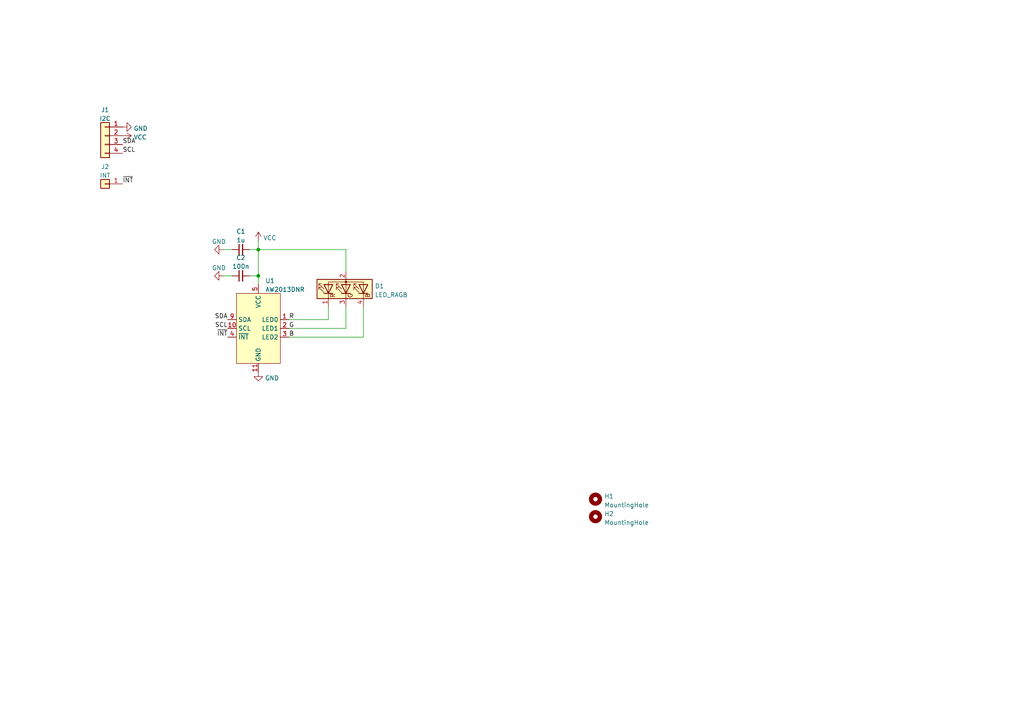
<source format=kicad_sch>
(kicad_sch (version 20211123) (generator eeschema)
  (paper "A4")
  (title_block (title "BloopBox LED-Board-I2C") (date "${DATE}") (rev "${VERSION}") (company "Qetesh"))
  (lib_symbols
    (symbol "Connector_Generic:Conn_01x01" (pin_names (offset 1.016) hide)
      (property "Reference" "J" (at 0 2.54 0))
      (property "Value" "Conn_01x01" (at 0 -2.54 0))
      (symbol "Conn_01x01_1_1"
        (rectangle (start -1.27 0.127) (end 0 -0.127) (stroke (width 0.1524)))
        (rectangle (start -1.27 1.27) (end 1.27 -1.27) (stroke (width 0.254)) (fill (type background)))
        (pin passive line (at -5.08 0 0) (length 3.81) (name "Pin_1") (number "1"))
      )
    )
    (symbol "Connector_Generic:Conn_01x04" (pin_names (offset 1.016) hide)
      (property "Reference" "J" (at 0 5.08 0))
      (property "Value" "Conn_01x04" (at 0 -7.62 0))
      (symbol "Conn_01x04_1_1"
        (rectangle (start -1.27 -4.953) (end 0 -5.207) (stroke (width 0.1524)))
        (rectangle (start -1.27 -2.413) (end 0 -2.667) (stroke (width 0.1524)))
        (rectangle (start -1.27 0.127) (end 0 -0.127) (stroke (width 0.1524)))
        (rectangle (start -1.27 2.667) (end 0 2.413) (stroke (width 0.1524)))
        (rectangle (start -1.27 3.81) (end 1.27 -6.35) (stroke (width 0.254)) (fill (type background)))
        (pin passive line (at -5.08 2.54 0) (length 3.81) (name "Pin_1") (number "1"))
        (pin passive line (at -5.08 0 0) (length 3.81) (name "Pin_2") (number "2"))
        (pin passive line (at -5.08 -2.54 0) (length 3.81) (name "Pin_3") (number "3"))
        (pin passive line (at -5.08 -5.08 0) (length 3.81) (name "Pin_4") (number "4"))
      )
    )
    (symbol "Device:C_Small" (pin_numbers hide) (pin_names (offset 0.254) hide)
      (property "Reference" "C" (at 0.254 1.778 0))
      (property "Value" "C_Small" (at 0.254 -2.032 0))
      (symbol "C_Small_0_1"
        (polyline (pts (xy -1.524 -0.508) (xy 1.524 -0.508)) (stroke (width 0.3302)))
        (polyline (pts (xy -1.524 0.508) (xy 1.524 0.508)) (stroke (width 0.3048)))
      )
      (symbol "C_Small_1_1"
        (pin passive line (at 0 2.54 270) (length 2.032) (name "~") (number "1"))
        (pin passive line (at 0 -2.54 90) (length 2.032) (name "~") (number "2"))
      )
    )
    (symbol "Device:LED_RAGB" (pin_names (offset 0) hide)
      (property "Reference" "D" (at 0 9.398 0))
      (property "Value" "LED_RAGB" (at 0 -8.89 0))
      (symbol "LED_RAGB_0_0"
        (text "B" (at -1.905 -6.35 0) (effects (font (size 1.27 1.27))))
        (text "G" (at -1.905 -1.27 0) (effects (font (size 1.27 1.27))))
        (text "R" (at -1.905 3.81 0) (effects (font (size 1.27 1.27))))
      )
      (symbol "LED_RAGB_0_1"
        (polyline (pts (xy -1.27 -5.08) (xy -2.54 -5.08)))
        (polyline (pts (xy -1.27 -5.08) (xy 1.27 -5.08)))
        (polyline (pts (xy -1.27 -3.81) (xy -1.27 -6.35)) (stroke (width 0.254)))
        (polyline (pts (xy -1.27 0) (xy -2.54 0)))
        (polyline (pts (xy -1.27 1.27) (xy -1.27 -1.27)) (stroke (width 0.254)))
        (polyline (pts (xy -1.27 5.08) (xy -2.54 5.08)))
        (polyline (pts (xy -1.27 5.08) (xy 1.27 5.08)))
        (polyline (pts (xy -1.27 6.35) (xy -1.27 3.81)) (stroke (width 0.254)))
        (polyline (pts (xy 1.27 0) (xy -1.27 0)))
        (polyline (pts (xy 1.27 0) (xy 2.54 0)))
        (polyline (pts (xy -1.27 1.27) (xy -1.27 -1.27) (xy -1.27 -1.27)))
        (polyline (pts (xy -1.27 6.35) (xy -1.27 3.81) (xy -1.27 3.81)))
        (polyline (pts (xy 1.27 -5.08) (xy 2.032 -5.08) (xy 2.032 5.08) (xy 1.27 5.08)))
        (polyline (pts (xy 1.27 -3.81) (xy 1.27 -6.35) (xy -1.27 -5.08) (xy 1.27 -3.81)) (stroke (width 0.254)))
        (polyline (pts (xy 1.27 1.27) (xy 1.27 -1.27) (xy -1.27 0) (xy 1.27 1.27)) (stroke (width 0.254)))
        (polyline (pts (xy 1.27 6.35) (xy 1.27 3.81) (xy -1.27 5.08) (xy 1.27 6.35)) (stroke (width 0.254)))
        (polyline (pts (xy -1.016 -3.81) (xy 0.508 -2.286) (xy -0.254 -2.286) (xy 0.508 -2.286) (xy 0.508 -3.048)))
        (polyline (pts (xy -1.016 1.27) (xy 0.508 2.794) (xy -0.254 2.794) (xy 0.508 2.794) (xy 0.508 2.032)))
        (polyline (pts (xy -1.016 6.35) (xy 0.508 7.874) (xy -0.254 7.874) (xy 0.508 7.874) (xy 0.508 7.112)))
        (polyline (pts (xy 0 -3.81) (xy 1.524 -2.286) (xy 0.762 -2.286) (xy 1.524 -2.286) (xy 1.524 -3.048)))
        (polyline (pts (xy 0 1.27) (xy 1.524 2.794) (xy 0.762 2.794) (xy 1.524 2.794) (xy 1.524 2.032)))
        (polyline (pts (xy 0 6.35) (xy 1.524 7.874) (xy 0.762 7.874) (xy 1.524 7.874) (xy 1.524 7.112)))
        (rectangle (start 1.27 -1.27) (end 1.27 1.27))
        (rectangle (start 1.27 1.27) (end 1.27 1.27))
        (rectangle (start 1.27 3.81) (end 1.27 6.35))
        (rectangle (start 1.27 6.35) (end 1.27 6.35))
        (circle (center 2.032 0) (radius 0.254) (fill (type outline)))
        (rectangle (start 2.794 8.382) (end -2.794 -7.62) (stroke (width 0.254)) (fill (type background)))
      )
      (symbol "LED_RAGB_1_1"
        (pin passive line (at -5.08 5.08 0) (length 2.54) (name "RK") (number "1"))
        (pin passive line (at 5.08 0 180) (length 2.54) (name "A") (number "2"))
        (pin passive line (at -5.08 0 0) (length 2.54) (name "GK") (number "3"))
        (pin passive line (at -5.08 -5.08 0) (length 2.54) (name "BK") (number "4"))
      )
    )
    (symbol "Mechanical:MountingHole" (pin_names (offset 1.016))
      (property "Reference" "H" (at 0 5.08 0))
      (property "Value" "MountingHole" (at 0 3.175 0))
      (symbol "MountingHole_0_1"
        (circle (center 0 0) (radius 1.27) (stroke (width 1.27)))
      )
    )
    (symbol "My_Symbols:AW2013DNR"
      (property "Reference" "U" (at 0 0 0))
      (property "Value" "AW2013DNR" (at 0 0 0))
      (symbol "AW2013DNR_0_1"
        (rectangle (start -6.35 -5.08) (end 6.35 -25.4) (stroke (width 0.1524)) (fill (type background)))
      )
      (symbol "AW2013DNR_1_1"
        (pin output line (at 8.89 -12.7 180) (length 2.54) (name "LED0") (number "1"))
        (pin bidirectional line (at -8.89 -15.24 0) (length 2.54) (name "SCL") (number "10"))
        (pin power_in line (at 0 -27.94 90) (length 2.54) (name "GND") (number "11"))
        (pin output line (at 8.89 -15.24 180) (length 2.54) (name "LED1") (number "2"))
        (pin output line (at 8.89 -17.78 180) (length 2.54) (name "LED2") (number "3"))
        (pin open_collector line (at -8.89 -17.78 0) (length 2.54) (name "~{INT}") (number "4"))
        (pin power_in line (at 0 -2.54 270) (length 2.54) (name "VCC") (number "5"))
        (pin no_connect line (at -5.08 -27.94 90) (length 2.54) hide (name "NC") (number "6"))
        (pin no_connect line (at -2.54 -27.94 90) (length 2.54) hide (name "NC") (number "7"))
        (pin no_connect line (at 2.54 -27.94 90) (length 2.54) hide (name "NC") (number "8"))
        (pin bidirectional line (at -8.89 -12.7 0) (length 2.54) (name "SDA") (number "9"))
      )
    )
    (symbol "power:GND" (power) (pin_names (offset 0))
      (property "Value" "GND" (at 0 -3.81 0))
      (symbol "GND_0_1"
        (polyline (pts (xy 0 0) (xy 0 -1.27) (xy 1.27 -1.27) (xy 0 -2.54) (xy -1.27 -1.27) (xy 0 -1.27)))
      )
      (symbol "GND_1_1"
        (pin power_in line (at 0 0 270) (length 0) hide (name "GND") (number "1"))
      )
    )
    (symbol "power:PWR_FLAG" (power) (pin_numbers hide) (pin_names (offset 0) hide)
      (property "Value" "PWR_FLAG" (at 0 3.81 0))
      (symbol "PWR_FLAG_0_0"
        (pin power_out line (at 0 0 90) (length 0) (name "pwr") (number "1"))
      )
      (symbol "PWR_FLAG_0_1"
        (polyline (pts (xy 0 0) (xy 0 1.27) (xy -1.016 1.905) (xy 0 2.54) (xy 1.016 1.905) (xy 0 1.27)))
      )
    )
    (symbol "power:VCC" (power) (pin_names (offset 0))
      (property "Value" "VCC" (at 0 3.81 0))
      (symbol "VCC_0_1"
        (polyline (pts (xy -0.762 1.27) (xy 0 2.54)))
        (polyline (pts (xy 0 0) (xy 0 2.54)))
        (polyline (pts (xy 0 2.54) (xy 0.762 1.27)))
      )
      (symbol "VCC_1_1"
        (pin power_in line (at 0 0 90) (length 0) hide (name "VCC") (number "1"))
      )
    )
  )
  (junction (at 74.93 72.39))
  (junction (at 74.93 80.01))
  (wire (pts (xy 100.33 72.39) (xy 74.93 72.39)))
  (wire (pts (xy 74.93 72.39) (xy 74.93 80.01)))
  (wire (pts (xy 100.33 72.39) (xy 100.33 78.74)))
  (wire (pts (xy 64.77 72.39) (xy 67.31 72.39)))
  (wire (pts (xy 72.39 80.01) (xy 74.93 80.01)))
  (wire (pts (xy 83.82 92.71) (xy 95.25 92.71)))
  (wire (pts (xy 95.25 92.71) (xy 95.25 88.9)))
  (wire (pts (xy 83.82 95.25) (xy 100.33 95.25)))
  (wire (pts (xy 105.41 97.79) (xy 105.41 88.9)))
  (wire (pts (xy 64.77 80.01) (xy 67.31 80.01)))
  (wire (pts (xy 74.93 69.85) (xy 74.93 72.39)))
  (wire (pts (xy 72.39 72.39) (xy 74.93 72.39)))
  (wire (pts (xy 100.33 95.25) (xy 100.33 88.9)))
  (wire (pts (xy 83.82 97.79) (xy 105.41 97.79)))
  (wire (pts (xy 74.93 80.01) (xy 74.93 82.55)))
  (label "~{INT}" (at 35.56 53.34 0))
  (label "B" (at 83.82 97.79 0))
  (label "SDA" (at 66.04 92.71 180))
  (label "R" (at 83.82 92.71 0))
  (label "SCL" (at 35.56 44.45 0))
  (label "SDA" (at 35.56 41.91 0))
  (label "~{INT}" (at 66.04 97.79 180))
  (label "SCL" (at 66.04 95.25 180))
  (label "G" (at 83.82 95.25 0))
  (symbol (lib_id "power:VCC") (at 35.56 39.37 270) (unit 1)
    (property "Reference" "#PWR02" (effects hide))
    (property "Value" "VCC" (at 38.735 39.8038 90) (effects (justify left)))
  )
  (symbol (lib_id "power:GND") (at 64.77 80.01 270) (unit 1)
    (property "Reference" "#PWR05" (effects hide))
    (property "Value" "GND" (at 63.5 77.7042 90))
  )
  (symbol (lib_id "Device:LED_RAGB") (at 100.33 83.82 90) (unit 1)
    (property "Reference" "D1" (at 108.712 82.9853 90) (effects (justify right)))
    (property "Value" "LED_RAGB" (at 108.712 85.5222 90) (effects (justify right)))
    (property "Footprint" "LED_THT:LED_D5.0mm-4_RGB_Staggered_Pins" (effects hide))
  )
  (symbol (lib_id "power:PWR_FLAG") (at -58.42 177.8 0) (unit 1)
    (property "Reference" "#FLG0102" (effects hide))
    (property "Value" "PWR_FLAG" (at -58.42 174.2242 0))
  )
  (symbol (lib_id "My_Symbols:AW2013DNR") (at 74.93 80.01 0) (unit 1)
    (property "Reference" "U1" (at 76.9494 81.441 0) (effects (justify left)))
    (property "Value" "AW2013DNR" (at 76.9494 83.9779 0) (effects (justify left)))
    (property "Footprint" "My_Footprints:DFN-10-1EP_2x2mm_P0.4mm_EP0.8x1.4" (effects hide))
    (property "Datasheet" "https://datasheet.lcsc.com/lcsc/1808311530_AWINIC-Shanghai-Awinic-Tech-AW2013DNR_C252440.pdf" (effects hide))
    (property "LCSC" "C252440" (effects hide))
  )
  (symbol (lib_id "power:GND") (at 74.93 107.95 0) (unit 1)
    (property "Reference" "#PWR09" (effects hide))
    (property "Value" "GND" (at 76.835 109.6538 0) (effects (justify left)))
  )
  (symbol (lib_id "Connector_Generic:Conn_01x01") (at 30.48 53.34 180) (unit 1)
    (property "Reference" "J2" (at 30.48 48.3702 0))
    (property "Value" "INT" (at 30.48 50.9071 0))
    (property "Footprint" "Connector_PinHeader_2.00mm:PinHeader_1x01_P2.00mm_Vertical" (effects hide))
  )
  (symbol (lib_id "power:PWR_FLAG") (at -48.26 177.8 0) (unit 1)
    (property "Reference" "#FLG0101" (effects hide))
    (property "Value" "PWR_FLAG" (at -48.26 174.2242 0))
  )
  (symbol (lib_id "Mechanical:MountingHole") (at 172.72 144.78 0) (unit 1)
    (property "Reference" "H1" (at 175.26 143.9453 0) (effects (justify left)))
    (property "Value" "MountingHole" (at 175.26 146.4822 0) (effects (justify left)))
    (property "Footprint" "MountingHole:MountingHole_3.2mm_M3_Pad" (effects hide))
  )
  (symbol (lib_id "power:VCC") (at 74.93 69.85 0) (unit 1)
    (property "Reference" "#PWR03" (effects hide))
    (property "Value" "VCC" (at 76.327 69.0138 0) (effects (justify left)))
  )
  (symbol (lib_id "power:VCC") (at -58.42 177.8 180) (unit 1)
    (property "Reference" "#PWR0102" (effects hide))
    (property "Value" "VCC" (at -57.023 179.5038 0) (effects (justify right)))
  )
  (symbol (lib_id "Device:C_Small") (at 69.85 72.39 90) (unit 1)
    (property "Reference" "C1" (at 69.8563 67.1281 90))
    (property "Value" "1u" (at 69.8563 69.665 90))
    (property "Footprint" "Capacitor_SMD:C_0402_1005Metric" (effects hide))
    (property "LCSC" "C52923" (effects hide))
  )
  (symbol (lib_id "power:GND") (at 64.77 72.39 270) (unit 1)
    (property "Reference" "#PWR04" (effects hide))
    (property "Value" "GND" (at 63.5 70.0842 90))
  )
  (symbol (lib_id "Device:C_Small") (at 69.85 80.01 90) (unit 1)
    (property "Reference" "C2" (at 69.8563 74.7481 90))
    (property "Value" "100n" (at 69.8563 77.285 90))
    (property "Footprint" "Capacitor_SMD:C_0402_1005Metric" (effects hide))
    (property "LCSC" "C1525" (effects hide))
  )
  (symbol (lib_id "Connector_Generic:Conn_01x04") (at 30.48 39.37 0) (mirror y) (unit 1)
    (property "Reference" "J1" (at 30.48 31.8602 0))
    (property "Value" "I2C" (at 30.48 34.3971 0))
    (property "Footprint" "Connector_JST:JST_PH_S4B-PH-K_1x04_P2.00mm_Horizontal" (effects hide))
  )
  (symbol (lib_id "power:GND") (at -48.26 177.8 0) (unit 1)
    (property "Reference" "#PWR0101" (effects hide))
    (property "Value" "GND" (at -46.355 179.5038 0) (effects (justify left)))
  )
  (symbol (lib_id "Mechanical:MountingHole") (at 172.72 149.86 0) (unit 1)
    (property "Reference" "H2" (at 175.26 149.0253 0) (effects (justify left)))
    (property "Value" "MountingHole" (at 175.26 151.5622 0) (effects (justify left)))
    (property "Footprint" "MountingHole:MountingHole_3.2mm_M3_Pad" (effects hide))
  )
  (symbol (lib_id "power:GND") (at 35.56 36.83 90) (unit 1)
    (property "Reference" "#PWR01" (effects hide))
    (property "Value" "GND" (at 38.735 37.2638 90) (effects (justify right)))
  )
)
</source>
